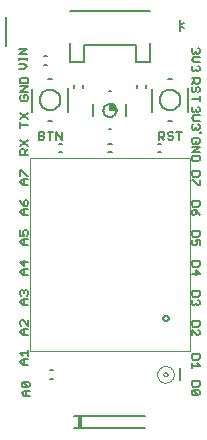
<source format=gto>
G75*
G70*
%OFA0B0*%
%FSLAX24Y24*%
%IPPOS*%
%LPD*%
%AMOC8*
5,1,8,0,0,1.08239X$1,22.5*
%
%ADD10C,0.0050*%
%ADD11C,0.0080*%
%ADD12C,0.0060*%
%ADD13C,0.0020*%
%ADD14C,0.0079*%
%ADD15C,0.0040*%
%ADD16R,0.0157X0.0394*%
%ADD17R,0.0100X0.1000*%
D10*
X002338Y002580D02*
X002248Y002670D01*
X002338Y002760D01*
X002518Y002760D01*
X002518Y002875D02*
X002518Y003055D01*
X002518Y002965D02*
X002248Y002965D01*
X002338Y002875D01*
X002383Y002760D02*
X002383Y002580D01*
X002338Y002580D02*
X002518Y002580D01*
X002523Y002005D02*
X002343Y002005D01*
X002523Y001825D01*
X002568Y001870D01*
X002568Y001960D01*
X002523Y002005D01*
X002523Y001825D02*
X002343Y001825D01*
X002298Y001870D01*
X002298Y001960D01*
X002343Y002005D01*
X002388Y001710D02*
X002568Y001710D01*
X002433Y001710D02*
X002433Y001530D01*
X002388Y001530D02*
X002298Y001620D01*
X002388Y001710D01*
X002388Y001530D02*
X002568Y001530D01*
X002518Y003580D02*
X002338Y003580D01*
X002248Y003670D01*
X002338Y003760D01*
X002518Y003760D01*
X002518Y003875D02*
X002338Y004055D01*
X002293Y004055D01*
X002248Y004010D01*
X002248Y003920D01*
X002293Y003875D01*
X002383Y003760D02*
X002383Y003580D01*
X002518Y003875D02*
X002518Y004055D01*
X002518Y004580D02*
X002338Y004580D01*
X002248Y004670D01*
X002338Y004760D01*
X002518Y004760D01*
X002473Y004875D02*
X002518Y004920D01*
X002518Y005010D01*
X002473Y005055D01*
X002428Y005055D01*
X002383Y005010D01*
X002383Y004965D01*
X002383Y005010D02*
X002338Y005055D01*
X002293Y005055D01*
X002248Y005010D01*
X002248Y004920D01*
X002293Y004875D01*
X002383Y004760D02*
X002383Y004580D01*
X002383Y005580D02*
X002383Y005760D01*
X002338Y005760D02*
X002518Y005760D01*
X002383Y005875D02*
X002383Y006055D01*
X002518Y006010D02*
X002248Y006010D01*
X002383Y005875D01*
X002338Y005760D02*
X002248Y005670D01*
X002338Y005580D01*
X002518Y005580D01*
X002518Y006580D02*
X002338Y006580D01*
X002248Y006670D01*
X002338Y006760D01*
X002518Y006760D01*
X002473Y006875D02*
X002518Y006920D01*
X002518Y007010D01*
X002473Y007055D01*
X002383Y007055D01*
X002338Y007010D01*
X002338Y006965D01*
X002383Y006875D01*
X002248Y006875D01*
X002248Y007055D01*
X002383Y006760D02*
X002383Y006580D01*
X002383Y007580D02*
X002383Y007760D01*
X002338Y007760D02*
X002518Y007760D01*
X002473Y007875D02*
X002383Y007875D01*
X002383Y008010D01*
X002428Y008055D01*
X002473Y008055D01*
X002518Y008010D01*
X002518Y007920D01*
X002473Y007875D01*
X002383Y007875D02*
X002293Y007965D01*
X002248Y008055D01*
X002338Y007760D02*
X002248Y007670D01*
X002338Y007580D01*
X002518Y007580D01*
X002518Y008580D02*
X002338Y008580D01*
X002248Y008670D01*
X002338Y008760D01*
X002518Y008760D01*
X002518Y008875D02*
X002473Y008875D01*
X002293Y009055D01*
X002248Y009055D01*
X002248Y008875D01*
X002383Y008760D02*
X002383Y008580D01*
X002428Y009580D02*
X002428Y009715D01*
X002383Y009760D01*
X002293Y009760D01*
X002248Y009715D01*
X002248Y009580D01*
X002518Y009580D01*
X002428Y009670D02*
X002518Y009760D01*
X002518Y009875D02*
X002248Y010055D01*
X002248Y009875D02*
X002518Y010055D01*
X002248Y010480D02*
X002248Y010660D01*
X002248Y010570D02*
X002518Y010570D01*
X002518Y010775D02*
X002248Y010955D01*
X002248Y010775D02*
X002518Y010955D01*
X002473Y011380D02*
X002293Y011380D01*
X002248Y011425D01*
X002248Y011515D01*
X002293Y011560D01*
X002383Y011560D02*
X002383Y011470D01*
X002383Y011560D02*
X002473Y011560D01*
X002518Y011515D01*
X002518Y011425D01*
X002473Y011380D01*
X002518Y011675D02*
X002248Y011675D01*
X002518Y011855D01*
X002248Y011855D01*
X002248Y011969D02*
X002248Y012104D01*
X002293Y012149D01*
X002473Y012149D01*
X002518Y012104D01*
X002518Y011969D01*
X002248Y011969D01*
X002208Y012430D02*
X002388Y012430D01*
X002478Y012520D01*
X002388Y012610D01*
X002208Y012610D01*
X002208Y012725D02*
X002208Y012815D01*
X002208Y012770D02*
X002478Y012770D01*
X002478Y012725D02*
X002478Y012815D01*
X002478Y012921D02*
X002208Y012921D01*
X002478Y013101D01*
X002208Y013101D01*
X002868Y010350D02*
X003003Y010350D01*
X003048Y010305D01*
X003048Y010260D01*
X003003Y010215D01*
X002868Y010215D01*
X003003Y010215D02*
X003048Y010170D01*
X003048Y010125D01*
X003003Y010080D01*
X002868Y010080D01*
X002868Y010350D01*
X003162Y010350D02*
X003343Y010350D01*
X003253Y010350D02*
X003253Y010080D01*
X003457Y010080D02*
X003457Y010350D01*
X003637Y010080D01*
X003637Y010350D01*
X005023Y011055D02*
X005025Y011084D01*
X005031Y011113D01*
X005040Y011141D01*
X005054Y011167D01*
X005070Y011191D01*
X005090Y011213D01*
X005113Y011232D01*
X005137Y011248D01*
X005164Y011260D01*
X005192Y011269D01*
X005221Y011274D01*
X005250Y011275D01*
X005280Y011272D01*
X005308Y011265D01*
X005336Y011255D01*
X005361Y011240D01*
X005385Y011223D01*
X005406Y011203D01*
X005424Y011180D01*
X005439Y011154D01*
X005451Y011127D01*
X005459Y011099D01*
X005463Y011070D01*
X005463Y011040D01*
X005459Y011011D01*
X005451Y010983D01*
X005439Y010956D01*
X005424Y010930D01*
X005406Y010907D01*
X005385Y010887D01*
X005361Y010870D01*
X005336Y010855D01*
X005308Y010845D01*
X005280Y010838D01*
X005250Y010835D01*
X005221Y010836D01*
X005192Y010841D01*
X005164Y010850D01*
X005137Y010862D01*
X005113Y010878D01*
X005090Y010897D01*
X005070Y010919D01*
X005054Y010943D01*
X005040Y010969D01*
X005031Y010997D01*
X005025Y011026D01*
X005023Y011055D01*
X005243Y011055D02*
X005243Y011275D01*
X005292Y011269D01*
X005338Y011253D01*
X005380Y011227D01*
X005415Y011192D01*
X005441Y011150D01*
X005457Y011104D01*
X005463Y011055D01*
X005243Y011055D01*
X005243Y011071D02*
X005461Y011071D01*
X005452Y011119D02*
X005243Y011119D01*
X005243Y011168D02*
X005430Y011168D01*
X005391Y011216D02*
X005243Y011216D01*
X005243Y011265D02*
X005306Y011265D01*
X006868Y010350D02*
X006868Y010080D01*
X006868Y010170D02*
X007003Y010170D01*
X007048Y010215D01*
X007048Y010305D01*
X007003Y010350D01*
X006868Y010350D01*
X006958Y010170D02*
X007048Y010080D01*
X007162Y010125D02*
X007207Y010080D01*
X007298Y010080D01*
X007343Y010125D01*
X007343Y010170D01*
X007298Y010215D01*
X007207Y010215D01*
X007162Y010260D01*
X007162Y010305D01*
X007207Y010350D01*
X007298Y010350D01*
X007343Y010305D01*
X007457Y010350D02*
X007637Y010350D01*
X007547Y010350D02*
X007547Y010080D01*
X007968Y010085D02*
X007968Y009995D01*
X008013Y009950D01*
X008103Y009950D01*
X008103Y010040D01*
X008193Y010130D02*
X008013Y010130D01*
X007968Y010085D01*
X007968Y009835D02*
X008238Y009835D01*
X007968Y009655D01*
X008238Y009655D01*
X008238Y009541D02*
X008238Y009406D01*
X008193Y009361D01*
X008013Y009361D01*
X007968Y009406D01*
X007968Y009541D01*
X008238Y009541D01*
X008193Y009950D02*
X008238Y009995D01*
X008238Y010085D01*
X008193Y010130D01*
X008193Y010411D02*
X008148Y010411D01*
X008103Y010456D01*
X008058Y010411D01*
X008013Y010411D01*
X007968Y010456D01*
X007968Y010546D01*
X008013Y010591D01*
X008058Y010705D02*
X007968Y010795D01*
X008058Y010885D01*
X008238Y010885D01*
X008193Y011000D02*
X008238Y011045D01*
X008238Y011135D01*
X008193Y011180D01*
X008103Y011090D02*
X008103Y011045D01*
X008058Y011000D01*
X008013Y011000D01*
X007968Y011045D01*
X007968Y011135D01*
X008013Y011180D01*
X008103Y011045D02*
X008148Y011000D01*
X008193Y011000D01*
X008238Y010705D02*
X008058Y010705D01*
X008193Y010591D02*
X008238Y010546D01*
X008238Y010456D01*
X008193Y010411D01*
X008103Y010456D02*
X008103Y010501D01*
X008238Y011361D02*
X008238Y011541D01*
X008238Y011451D02*
X007968Y011451D01*
X008013Y011655D02*
X007968Y011700D01*
X007968Y011790D01*
X008013Y011835D01*
X008103Y011790D02*
X008103Y011700D01*
X008058Y011655D01*
X008013Y011655D01*
X008103Y011790D02*
X008148Y011835D01*
X008193Y011835D01*
X008238Y011790D01*
X008238Y011700D01*
X008193Y011655D01*
X008193Y011950D02*
X008103Y011950D01*
X008058Y011995D01*
X008058Y012130D01*
X008058Y012040D02*
X007968Y011950D01*
X007968Y012130D02*
X008238Y012130D01*
X008238Y011995D01*
X008193Y011950D01*
X008193Y012361D02*
X008148Y012361D01*
X008103Y012406D01*
X008058Y012361D01*
X008013Y012361D01*
X007968Y012406D01*
X007968Y012496D01*
X008013Y012541D01*
X008058Y012655D02*
X008238Y012655D01*
X008193Y012541D02*
X008238Y012496D01*
X008238Y012406D01*
X008193Y012361D01*
X008103Y012406D02*
X008103Y012451D01*
X008058Y012655D02*
X007968Y012745D01*
X008058Y012835D01*
X008238Y012835D01*
X008193Y012950D02*
X008148Y012950D01*
X008103Y012995D01*
X008058Y012950D01*
X008013Y012950D01*
X007968Y012995D01*
X007968Y013085D01*
X008013Y013130D01*
X008103Y013040D02*
X008103Y012995D01*
X008193Y012950D02*
X008238Y012995D01*
X008238Y013085D01*
X008193Y013130D01*
X008238Y009030D02*
X007968Y009030D01*
X007968Y008895D01*
X008013Y008850D01*
X008193Y008850D01*
X008238Y008895D01*
X008238Y009030D01*
X008238Y008735D02*
X008238Y008555D01*
X008193Y008555D01*
X008013Y008735D01*
X007968Y008735D01*
X007968Y008030D02*
X007968Y007895D01*
X008013Y007850D01*
X008193Y007850D01*
X008238Y007895D01*
X008238Y008030D01*
X007968Y008030D01*
X008013Y007735D02*
X007968Y007690D01*
X007968Y007600D01*
X008013Y007555D01*
X008058Y007555D01*
X008103Y007600D01*
X008103Y007735D01*
X008013Y007735D01*
X008103Y007735D02*
X008193Y007645D01*
X008238Y007555D01*
X008238Y007030D02*
X007968Y007030D01*
X007968Y006895D01*
X008013Y006850D01*
X008193Y006850D01*
X008238Y006895D01*
X008238Y007030D01*
X008238Y006735D02*
X008103Y006735D01*
X008148Y006645D01*
X008148Y006600D01*
X008103Y006555D01*
X008013Y006555D01*
X007968Y006600D01*
X007968Y006690D01*
X008013Y006735D01*
X008238Y006735D02*
X008238Y006555D01*
X008238Y006030D02*
X007968Y006030D01*
X007968Y005895D01*
X008013Y005850D01*
X008193Y005850D01*
X008238Y005895D01*
X008238Y006030D01*
X008103Y005735D02*
X008103Y005555D01*
X008238Y005600D02*
X008103Y005735D01*
X007968Y005600D02*
X008238Y005600D01*
X008238Y005030D02*
X007968Y005030D01*
X007968Y004895D01*
X008013Y004850D01*
X008193Y004850D01*
X008238Y004895D01*
X008238Y005030D01*
X008193Y004735D02*
X008238Y004690D01*
X008238Y004600D01*
X008193Y004555D01*
X008148Y004555D01*
X008103Y004600D01*
X008058Y004555D01*
X008013Y004555D01*
X007968Y004600D01*
X007968Y004690D01*
X008013Y004735D01*
X008103Y004645D02*
X008103Y004600D01*
X008238Y004030D02*
X007968Y004030D01*
X007968Y003895D01*
X008013Y003850D01*
X008193Y003850D01*
X008238Y003895D01*
X008238Y004030D01*
X008193Y003735D02*
X008238Y003690D01*
X008238Y003600D01*
X008193Y003555D01*
X008148Y003555D01*
X007968Y003735D01*
X007968Y003555D01*
X007968Y002930D02*
X007968Y002795D01*
X008013Y002750D01*
X008193Y002750D01*
X008238Y002795D01*
X008238Y002930D01*
X007968Y002930D01*
X007968Y002635D02*
X007968Y002455D01*
X007968Y002545D02*
X008238Y002545D01*
X008148Y002635D01*
X008238Y002030D02*
X007968Y002030D01*
X007968Y001895D01*
X008013Y001850D01*
X008193Y001850D01*
X008238Y001895D01*
X008238Y002030D01*
X008193Y001735D02*
X008238Y001690D01*
X008238Y001600D01*
X008193Y001555D01*
X008013Y001735D01*
X007968Y001690D01*
X007968Y001600D01*
X008013Y001555D01*
X008193Y001555D01*
X008193Y001735D02*
X008013Y001735D01*
D11*
X007565Y002058D02*
X007565Y002452D01*
X007021Y004125D02*
X007023Y004144D01*
X007028Y004161D01*
X007037Y004178D01*
X007050Y004192D01*
X007064Y004203D01*
X007081Y004211D01*
X007099Y004216D01*
X007118Y004217D01*
X007136Y004214D01*
X007154Y004208D01*
X007169Y004198D01*
X007183Y004185D01*
X007193Y004170D01*
X007201Y004153D01*
X007205Y004134D01*
X007205Y004116D01*
X007201Y004097D01*
X007193Y004080D01*
X007183Y004065D01*
X007169Y004052D01*
X007154Y004042D01*
X007136Y004036D01*
X007118Y004033D01*
X007099Y004034D01*
X007081Y004039D01*
X007064Y004047D01*
X007050Y004058D01*
X007037Y004072D01*
X007028Y004089D01*
X007023Y004106D01*
X007021Y004125D01*
X006414Y000852D02*
X004052Y000852D01*
X004052Y000458D02*
X006414Y000458D01*
X003333Y002115D02*
X003253Y002115D01*
X003253Y002395D02*
X003333Y002395D01*
X003553Y009665D02*
X003633Y009665D01*
X003633Y009945D02*
X003553Y009945D01*
X004693Y010855D02*
X004693Y011255D01*
X004335Y011795D02*
X004335Y011915D01*
X004051Y011915D02*
X004051Y011795D01*
X003904Y012672D02*
X003904Y013302D01*
X003904Y012672D02*
X004377Y012672D01*
X004377Y013224D01*
X006109Y013224D01*
X006109Y012672D01*
X006581Y012672D01*
X006581Y013302D01*
X006581Y014365D02*
X003904Y014365D01*
X003153Y012867D02*
X003033Y012867D01*
X003033Y012583D02*
X003153Y012583D01*
X005183Y009947D02*
X005303Y009947D01*
X005303Y009663D02*
X005183Y009663D01*
X005203Y010425D02*
X005283Y010425D01*
X005793Y010855D02*
X005793Y011255D01*
X006151Y011795D02*
X006151Y011915D01*
X006435Y011915D02*
X006435Y011795D01*
X005283Y011685D02*
X005203Y011685D01*
X006853Y009945D02*
X006933Y009945D01*
X006933Y009665D02*
X006853Y009665D01*
X007576Y013704D02*
X007576Y013885D01*
X007698Y013977D01*
X007576Y014066D02*
X007576Y013885D01*
X007582Y013875D02*
X007698Y013799D01*
D12*
X008237Y010325D02*
X008239Y010334D01*
X008244Y010343D01*
X008251Y010348D01*
X008261Y010351D01*
X008270Y010350D01*
X008279Y010346D01*
X008285Y010339D01*
X008289Y010330D01*
X008289Y010320D01*
X008285Y010311D01*
X008279Y010304D01*
X008270Y010300D01*
X008261Y010299D01*
X008251Y010302D01*
X008244Y010307D01*
X008239Y010316D01*
X008237Y010325D01*
D13*
X007900Y009452D02*
X007900Y003035D01*
X002585Y003035D01*
X002585Y009452D01*
X007900Y009452D01*
D14*
X007322Y010696D02*
X007164Y010696D01*
X006652Y011011D02*
X006652Y011759D01*
X007164Y012114D02*
X007322Y012114D01*
X006899Y011405D02*
X006901Y011442D01*
X006907Y011478D01*
X006916Y011513D01*
X006930Y011547D01*
X006947Y011580D01*
X006967Y011610D01*
X006990Y011638D01*
X007016Y011664D01*
X007045Y011686D01*
X007076Y011706D01*
X007109Y011722D01*
X007144Y011734D01*
X007179Y011743D01*
X007216Y011748D01*
X007252Y011749D01*
X007289Y011746D01*
X007325Y011739D01*
X007360Y011729D01*
X007393Y011714D01*
X007425Y011697D01*
X007455Y011676D01*
X007483Y011651D01*
X007508Y011625D01*
X007530Y011595D01*
X007548Y011564D01*
X007563Y011530D01*
X007575Y011496D01*
X007583Y011460D01*
X007587Y011423D01*
X007587Y011387D01*
X007583Y011350D01*
X007575Y011314D01*
X007563Y011280D01*
X007548Y011246D01*
X007530Y011215D01*
X007508Y011185D01*
X007483Y011159D01*
X007455Y011134D01*
X007425Y011113D01*
X007393Y011096D01*
X007360Y011081D01*
X007325Y011071D01*
X007289Y011064D01*
X007252Y011061D01*
X007216Y011062D01*
X007179Y011067D01*
X007144Y011076D01*
X007109Y011088D01*
X007076Y011104D01*
X007045Y011124D01*
X007016Y011146D01*
X006990Y011172D01*
X006967Y011200D01*
X006947Y011230D01*
X006930Y011263D01*
X006916Y011297D01*
X006907Y011332D01*
X006901Y011368D01*
X006899Y011405D01*
X007833Y011011D02*
X007833Y011799D01*
X003833Y011799D02*
X003833Y011011D01*
X003322Y010696D02*
X003164Y010696D01*
X002652Y011011D02*
X002652Y011759D01*
X003164Y012114D02*
X003322Y012114D01*
X002899Y011405D02*
X002901Y011442D01*
X002907Y011478D01*
X002916Y011513D01*
X002930Y011547D01*
X002947Y011580D01*
X002967Y011610D01*
X002990Y011638D01*
X003016Y011664D01*
X003045Y011686D01*
X003076Y011706D01*
X003109Y011722D01*
X003144Y011734D01*
X003179Y011743D01*
X003216Y011748D01*
X003252Y011749D01*
X003289Y011746D01*
X003325Y011739D01*
X003360Y011729D01*
X003393Y011714D01*
X003425Y011697D01*
X003455Y011676D01*
X003483Y011651D01*
X003508Y011625D01*
X003530Y011595D01*
X003548Y011564D01*
X003563Y011530D01*
X003575Y011496D01*
X003583Y011460D01*
X003587Y011423D01*
X003587Y011387D01*
X003583Y011350D01*
X003575Y011314D01*
X003563Y011280D01*
X003548Y011246D01*
X003530Y011215D01*
X003508Y011185D01*
X003483Y011159D01*
X003455Y011134D01*
X003425Y011113D01*
X003393Y011096D01*
X003360Y011081D01*
X003325Y011071D01*
X003289Y011064D01*
X003252Y011061D01*
X003216Y011062D01*
X003179Y011067D01*
X003144Y011076D01*
X003109Y011088D01*
X003076Y011104D01*
X003045Y011124D01*
X003016Y011146D01*
X002990Y011172D01*
X002967Y011200D01*
X002947Y011230D01*
X002930Y011263D01*
X002916Y011297D01*
X002907Y011332D01*
X002901Y011368D01*
X002899Y011405D01*
D15*
X007024Y002255D02*
X007026Y002271D01*
X007031Y002286D01*
X007040Y002299D01*
X007052Y002310D01*
X007066Y002318D01*
X007081Y002323D01*
X007097Y002324D01*
X007113Y002321D01*
X007127Y002315D01*
X007140Y002305D01*
X007151Y002293D01*
X007158Y002279D01*
X007162Y002263D01*
X007162Y002247D01*
X007158Y002231D01*
X007151Y002217D01*
X007140Y002205D01*
X007128Y002195D01*
X007113Y002189D01*
X007097Y002186D01*
X007081Y002187D01*
X007066Y002192D01*
X007052Y002200D01*
X007040Y002211D01*
X007031Y002224D01*
X007026Y002239D01*
X007024Y002255D01*
X006817Y002255D02*
X006819Y002288D01*
X006825Y002320D01*
X006834Y002351D01*
X006847Y002381D01*
X006864Y002409D01*
X006884Y002435D01*
X006907Y002459D01*
X006932Y002479D01*
X006960Y002497D01*
X006989Y002511D01*
X007020Y002521D01*
X007052Y002528D01*
X007085Y002531D01*
X007118Y002530D01*
X007150Y002525D01*
X007181Y002516D01*
X007212Y002504D01*
X007240Y002488D01*
X007267Y002469D01*
X007291Y002447D01*
X007312Y002422D01*
X007331Y002395D01*
X007346Y002366D01*
X007357Y002336D01*
X007365Y002304D01*
X007369Y002271D01*
X007369Y002239D01*
X007365Y002206D01*
X007357Y002174D01*
X007346Y002144D01*
X007331Y002115D01*
X007312Y002088D01*
X007291Y002063D01*
X007267Y002041D01*
X007240Y002022D01*
X007212Y002006D01*
X007181Y001994D01*
X007150Y001985D01*
X007118Y001980D01*
X007085Y001979D01*
X007052Y001982D01*
X007020Y001989D01*
X006989Y001999D01*
X006960Y002013D01*
X006932Y002031D01*
X006907Y002051D01*
X006884Y002075D01*
X006864Y002101D01*
X006847Y002129D01*
X006834Y002159D01*
X006825Y002190D01*
X006819Y002222D01*
X006817Y002255D01*
D16*
X004249Y000655D03*
D17*
X001793Y013655D03*
M02*

</source>
